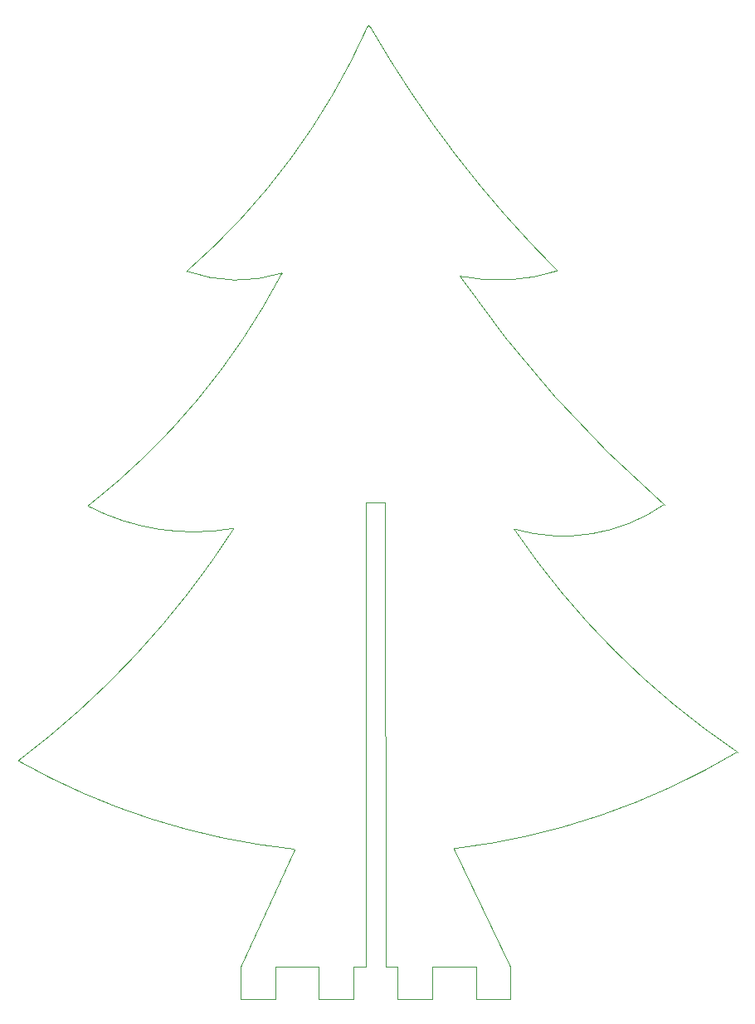
<source format=gbr>
%TF.GenerationSoftware,KiCad,Pcbnew,(5.1.10)-1*%
%TF.CreationDate,2021-10-19T12:04:05+02:00*%
%TF.ProjectId,_autosave-BaumOben,5f617574-6f73-4617-9665-2d4261756d4f,rev?*%
%TF.SameCoordinates,Original*%
%TF.FileFunction,Profile,NP*%
%FSLAX46Y46*%
G04 Gerber Fmt 4.6, Leading zero omitted, Abs format (unit mm)*
G04 Created by KiCad (PCBNEW (5.1.10)-1) date 2021-10-19 12:04:05*
%MOMM*%
%LPD*%
G01*
G04 APERTURE LIST*
%TA.AperFunction,Profile*%
%ADD10C,0.050000*%
%TD*%
G04 APERTURE END LIST*
D10*
X130113767Y-99545883D02*
X130073121Y-99504820D01*
X130113767Y-99545883D02*
G75*
G02*
X114808001Y-102044499I-10289267J14900383D01*
G01*
X86158582Y-102058350D02*
X86224748Y-101961790D01*
X99949000Y-50609500D02*
X100139501Y-50863499D01*
X99857478Y-50801325D02*
X99949000Y-50609500D01*
X137569290Y-124774417D02*
X137550390Y-124742792D01*
X81407000Y-75755500D02*
X81407001Y-75755499D01*
X81407001Y-75755499D02*
X81407000Y-75755500D01*
X91110269Y-75953228D02*
X91112509Y-75960315D01*
X98425000Y-146685000D02*
X99695000Y-146685000D01*
X98425000Y-149987000D02*
X98425000Y-146685000D01*
X94869000Y-149987000D02*
X98425000Y-149987000D01*
X94869000Y-146685000D02*
X94869000Y-149987000D01*
X90424000Y-146685000D02*
X94869000Y-146685000D01*
X90424000Y-149987000D02*
X90424000Y-146685000D01*
X86868000Y-149987000D02*
X90424000Y-149987000D01*
X86868000Y-146685000D02*
X86868000Y-149987000D01*
X108648499Y-134619999D02*
X114427000Y-146685000D01*
X92392930Y-134679435D02*
X86868000Y-146685000D01*
X101663500Y-99314000D02*
X99695000Y-99314000D01*
X101727000Y-146685000D02*
X101663500Y-99314000D01*
X99695000Y-146685000D02*
X99695000Y-99314000D01*
X102933500Y-146685000D02*
X101727000Y-146685000D01*
X137569290Y-124774417D02*
G75*
G02*
X108648499Y-134619999I-37493290J62734917D01*
G01*
X92392930Y-134679435D02*
G75*
G02*
X64198502Y-125666498I7683070J72639935D01*
G01*
X106426000Y-146685000D02*
X110934500Y-146685000D01*
X102933500Y-149987000D02*
X102933500Y-146685000D01*
X106426000Y-149987000D02*
X102933500Y-149987000D01*
X106426000Y-146685000D02*
X106426000Y-149987000D01*
X110934500Y-149987000D02*
X110934500Y-146685000D01*
X114427000Y-149987000D02*
X110934500Y-149987000D01*
X114427000Y-146685000D02*
X114427000Y-149987000D01*
X99857477Y-50801325D02*
G75*
G02*
X81407000Y-75755498I-65694477J29274825D01*
G01*
X91110269Y-75953228D02*
G75*
G02*
X81407001Y-75755499I-4559769J14421728D01*
G01*
X91112508Y-75960315D02*
G75*
G02*
X71310500Y-99694998I-65014008J34113815D01*
G01*
X86224748Y-101961790D02*
G75*
G02*
X71310501Y-99694999I-4119248J23094790D01*
G01*
X86158583Y-102058350D02*
G75*
G02*
X64198500Y-125666498I-77205083J49797850D01*
G01*
X137550390Y-124742792D02*
G75*
G02*
X114808002Y-102044498I47488610J70323292D01*
G01*
X130073121Y-99504820D02*
G75*
G02*
X109283410Y-76263603I83096287J95250215D01*
G01*
X119230756Y-75714291D02*
G75*
G02*
X109283501Y-76263499I-6010256J18500791D01*
G01*
X119230666Y-75714018D02*
G75*
G02*
X100139501Y-50863499I84159834J84413518D01*
G01*
M02*

</source>
